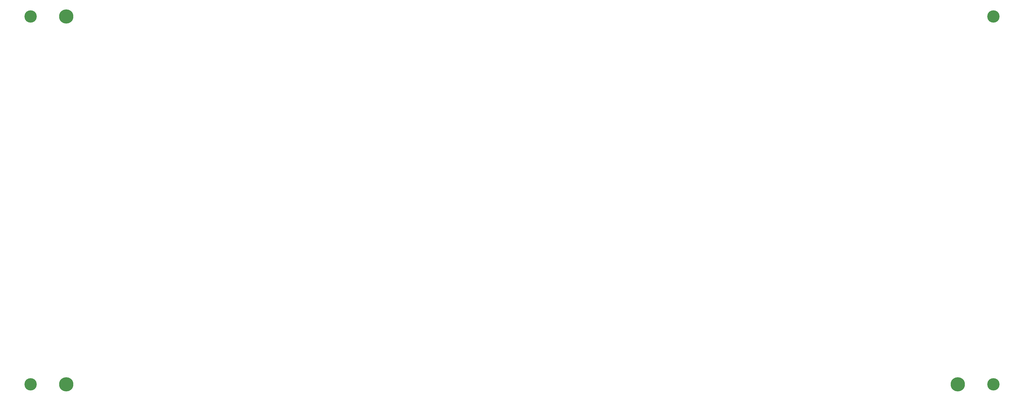
<source format=gts>
%MOIN*%
%OFA0B0*%
%FSLAX44Y44*%
%IPPOS*%
%LPD*%
%ADD10C,0.23622047244094491*%
%ADD11C,0.20472440944881892*%
D10*
X00007874Y00001968D03*
X00155511Y00001968D03*
X00007874Y00062992D03*
D11*
X00001968Y00001968D03*
X00161417Y00001968D03*
X00161417Y00062992D03*
X00001968Y00062992D03*
M02*
</source>
